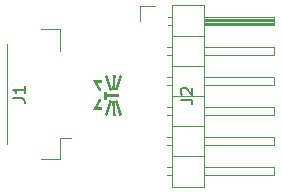
<source format=gbr>
G04 #@! TF.GenerationSoftware,KiCad,Pcbnew,(5.0.0)*
G04 #@! TF.CreationDate,2019-01-08T23:43:22-05:00*
G04 #@! TF.ProjectId,JST Breakout,4A535420427265616B6F75742E6B6963,rev?*
G04 #@! TF.SameCoordinates,Original*
G04 #@! TF.FileFunction,Legend,Top*
G04 #@! TF.FilePolarity,Positive*
%FSLAX46Y46*%
G04 Gerber Fmt 4.6, Leading zero omitted, Abs format (unit mm)*
G04 Created by KiCad (PCBNEW (5.0.0)) date 01/08/19 23:43:22*
%MOMM*%
%LPD*%
G01*
G04 APERTURE LIST*
%ADD10C,0.120000*%
%ADD11C,0.010000*%
%ADD12C,0.150000*%
G04 APERTURE END LIST*
D10*
G04 #@! TO.C,J2*
X115126601Y-80479601D02*
X115126601Y-95839601D01*
X115126601Y-95839601D02*
X117786601Y-95839601D01*
X117786601Y-95839601D02*
X117786601Y-80479601D01*
X117786601Y-80479601D02*
X115126601Y-80479601D01*
X117786601Y-81429601D02*
X123786601Y-81429601D01*
X123786601Y-81429601D02*
X123786601Y-82189601D01*
X123786601Y-82189601D02*
X117786601Y-82189601D01*
X117786601Y-81489601D02*
X123786601Y-81489601D01*
X117786601Y-81609601D02*
X123786601Y-81609601D01*
X117786601Y-81729601D02*
X123786601Y-81729601D01*
X117786601Y-81849601D02*
X123786601Y-81849601D01*
X117786601Y-81969601D02*
X123786601Y-81969601D01*
X117786601Y-82089601D02*
X123786601Y-82089601D01*
X114796601Y-81429601D02*
X115126601Y-81429601D01*
X114796601Y-82189601D02*
X115126601Y-82189601D01*
X115126601Y-83079601D02*
X117786601Y-83079601D01*
X117786601Y-83969601D02*
X123786601Y-83969601D01*
X123786601Y-83969601D02*
X123786601Y-84729601D01*
X123786601Y-84729601D02*
X117786601Y-84729601D01*
X114729530Y-83969601D02*
X115126601Y-83969601D01*
X114729530Y-84729601D02*
X115126601Y-84729601D01*
X115126601Y-85619601D02*
X117786601Y-85619601D01*
X117786601Y-86509601D02*
X123786601Y-86509601D01*
X123786601Y-86509601D02*
X123786601Y-87269601D01*
X123786601Y-87269601D02*
X117786601Y-87269601D01*
X114729530Y-86509601D02*
X115126601Y-86509601D01*
X114729530Y-87269601D02*
X115126601Y-87269601D01*
X115126601Y-88159601D02*
X117786601Y-88159601D01*
X117786601Y-89049601D02*
X123786601Y-89049601D01*
X123786601Y-89049601D02*
X123786601Y-89809601D01*
X123786601Y-89809601D02*
X117786601Y-89809601D01*
X114729530Y-89049601D02*
X115126601Y-89049601D01*
X114729530Y-89809601D02*
X115126601Y-89809601D01*
X115126601Y-90699601D02*
X117786601Y-90699601D01*
X117786601Y-91589601D02*
X123786601Y-91589601D01*
X123786601Y-91589601D02*
X123786601Y-92349601D01*
X123786601Y-92349601D02*
X117786601Y-92349601D01*
X114729530Y-91589601D02*
X115126601Y-91589601D01*
X114729530Y-92349601D02*
X115126601Y-92349601D01*
X115126601Y-93239601D02*
X117786601Y-93239601D01*
X117786601Y-94129601D02*
X123786601Y-94129601D01*
X123786601Y-94129601D02*
X123786601Y-94889601D01*
X123786601Y-94889601D02*
X117786601Y-94889601D01*
X114729530Y-94129601D02*
X115126601Y-94129601D01*
X114729530Y-94889601D02*
X115126601Y-94889601D01*
X112416601Y-81809601D02*
X112416601Y-80539601D01*
X112416601Y-80539601D02*
X113686601Y-80539601D01*
G04 #@! TO.C,J1*
X104050200Y-93491400D02*
X105650200Y-93491400D01*
X105650200Y-93491400D02*
X105650200Y-91691400D01*
X105650200Y-91691400D02*
X106590200Y-91691400D01*
X104050200Y-82521400D02*
X105650200Y-82521400D01*
X105650200Y-82521400D02*
X105650200Y-84321400D01*
X101180200Y-92221400D02*
X101180200Y-83791400D01*
D11*
G04 #@! TO.C,G\002A\002A\002A*
G36*
X108470135Y-86829519D02*
X108478371Y-86829484D01*
X108491502Y-86829556D01*
X108509154Y-86829731D01*
X108530953Y-86830002D01*
X108556525Y-86830365D01*
X108585495Y-86830814D01*
X108617491Y-86831343D01*
X108652138Y-86831946D01*
X108689061Y-86832619D01*
X108727887Y-86833355D01*
X108760365Y-86833993D01*
X108801138Y-86834799D01*
X108840779Y-86835571D01*
X108878866Y-86836303D01*
X108914975Y-86836986D01*
X108948686Y-86837613D01*
X108979575Y-86838176D01*
X109007220Y-86838667D01*
X109031200Y-86839079D01*
X109051092Y-86839404D01*
X109066473Y-86839635D01*
X109076921Y-86839764D01*
X109081006Y-86839789D01*
X109109934Y-86839777D01*
X109109934Y-86961754D01*
X109052784Y-86959999D01*
X109033663Y-86959448D01*
X109011440Y-86958869D01*
X108986656Y-86958273D01*
X108959852Y-86957669D01*
X108931569Y-86957065D01*
X108902349Y-86956472D01*
X108872731Y-86955899D01*
X108843259Y-86955356D01*
X108814471Y-86954851D01*
X108786910Y-86954394D01*
X108761116Y-86953995D01*
X108737631Y-86953664D01*
X108716995Y-86953409D01*
X108699750Y-86953240D01*
X108686437Y-86953166D01*
X108677596Y-86953198D01*
X108673770Y-86953344D01*
X108673658Y-86953379D01*
X108674851Y-86955950D01*
X108678631Y-86963169D01*
X108684839Y-86974752D01*
X108693321Y-86990412D01*
X108703919Y-87009865D01*
X108716477Y-87032826D01*
X108730839Y-87059010D01*
X108746847Y-87088131D01*
X108764346Y-87119904D01*
X108783179Y-87154044D01*
X108803189Y-87190266D01*
X108824220Y-87228285D01*
X108846116Y-87267815D01*
X108857741Y-87288783D01*
X108880063Y-87329049D01*
X108901632Y-87367990D01*
X108922289Y-87405316D01*
X108941875Y-87440739D01*
X108960231Y-87473971D01*
X108977198Y-87504723D01*
X108992617Y-87532706D01*
X109006329Y-87557632D01*
X109018175Y-87579212D01*
X109027996Y-87597157D01*
X109035634Y-87611179D01*
X109040928Y-87620989D01*
X109043720Y-87626299D01*
X109044129Y-87627177D01*
X109042647Y-87629841D01*
X109037102Y-87634274D01*
X109027228Y-87640649D01*
X109012758Y-87649141D01*
X108996522Y-87658222D01*
X108981290Y-87666530D01*
X108967560Y-87673861D01*
X108956164Y-87679782D01*
X108947937Y-87683863D01*
X108943710Y-87685671D01*
X108943521Y-87685714D01*
X108941694Y-87684053D01*
X108937931Y-87678700D01*
X108932153Y-87669519D01*
X108924283Y-87656373D01*
X108914242Y-87639125D01*
X108901950Y-87617638D01*
X108887329Y-87591774D01*
X108870301Y-87561398D01*
X108850786Y-87526372D01*
X108828706Y-87486560D01*
X108820223Y-87471225D01*
X108798485Y-87431916D01*
X108774625Y-87388786D01*
X108749209Y-87342856D01*
X108722802Y-87295146D01*
X108695969Y-87246678D01*
X108669276Y-87198472D01*
X108643289Y-87151551D01*
X108618572Y-87106936D01*
X108595690Y-87065647D01*
X108583471Y-87043603D01*
X108565791Y-87011667D01*
X108548949Y-86981152D01*
X108533141Y-86952419D01*
X108518561Y-86925825D01*
X108505404Y-86901730D01*
X108493867Y-86880493D01*
X108484143Y-86862473D01*
X108476428Y-86848029D01*
X108470917Y-86837520D01*
X108467805Y-86831304D01*
X108467169Y-86829668D01*
X108470135Y-86829519D01*
X108470135Y-86829519D01*
G37*
X108470135Y-86829519D02*
X108478371Y-86829484D01*
X108491502Y-86829556D01*
X108509154Y-86829731D01*
X108530953Y-86830002D01*
X108556525Y-86830365D01*
X108585495Y-86830814D01*
X108617491Y-86831343D01*
X108652138Y-86831946D01*
X108689061Y-86832619D01*
X108727887Y-86833355D01*
X108760365Y-86833993D01*
X108801138Y-86834799D01*
X108840779Y-86835571D01*
X108878866Y-86836303D01*
X108914975Y-86836986D01*
X108948686Y-86837613D01*
X108979575Y-86838176D01*
X109007220Y-86838667D01*
X109031200Y-86839079D01*
X109051092Y-86839404D01*
X109066473Y-86839635D01*
X109076921Y-86839764D01*
X109081006Y-86839789D01*
X109109934Y-86839777D01*
X109109934Y-86961754D01*
X109052784Y-86959999D01*
X109033663Y-86959448D01*
X109011440Y-86958869D01*
X108986656Y-86958273D01*
X108959852Y-86957669D01*
X108931569Y-86957065D01*
X108902349Y-86956472D01*
X108872731Y-86955899D01*
X108843259Y-86955356D01*
X108814471Y-86954851D01*
X108786910Y-86954394D01*
X108761116Y-86953995D01*
X108737631Y-86953664D01*
X108716995Y-86953409D01*
X108699750Y-86953240D01*
X108686437Y-86953166D01*
X108677596Y-86953198D01*
X108673770Y-86953344D01*
X108673658Y-86953379D01*
X108674851Y-86955950D01*
X108678631Y-86963169D01*
X108684839Y-86974752D01*
X108693321Y-86990412D01*
X108703919Y-87009865D01*
X108716477Y-87032826D01*
X108730839Y-87059010D01*
X108746847Y-87088131D01*
X108764346Y-87119904D01*
X108783179Y-87154044D01*
X108803189Y-87190266D01*
X108824220Y-87228285D01*
X108846116Y-87267815D01*
X108857741Y-87288783D01*
X108880063Y-87329049D01*
X108901632Y-87367990D01*
X108922289Y-87405316D01*
X108941875Y-87440739D01*
X108960231Y-87473971D01*
X108977198Y-87504723D01*
X108992617Y-87532706D01*
X109006329Y-87557632D01*
X109018175Y-87579212D01*
X109027996Y-87597157D01*
X109035634Y-87611179D01*
X109040928Y-87620989D01*
X109043720Y-87626299D01*
X109044129Y-87627177D01*
X109042647Y-87629841D01*
X109037102Y-87634274D01*
X109027228Y-87640649D01*
X109012758Y-87649141D01*
X108996522Y-87658222D01*
X108981290Y-87666530D01*
X108967560Y-87673861D01*
X108956164Y-87679782D01*
X108947937Y-87683863D01*
X108943710Y-87685671D01*
X108943521Y-87685714D01*
X108941694Y-87684053D01*
X108937931Y-87678700D01*
X108932153Y-87669519D01*
X108924283Y-87656373D01*
X108914242Y-87639125D01*
X108901950Y-87617638D01*
X108887329Y-87591774D01*
X108870301Y-87561398D01*
X108850786Y-87526372D01*
X108828706Y-87486560D01*
X108820223Y-87471225D01*
X108798485Y-87431916D01*
X108774625Y-87388786D01*
X108749209Y-87342856D01*
X108722802Y-87295146D01*
X108695969Y-87246678D01*
X108669276Y-87198472D01*
X108643289Y-87151551D01*
X108618572Y-87106936D01*
X108595690Y-87065647D01*
X108583471Y-87043603D01*
X108565791Y-87011667D01*
X108548949Y-86981152D01*
X108533141Y-86952419D01*
X108518561Y-86925825D01*
X108505404Y-86901730D01*
X108493867Y-86880493D01*
X108484143Y-86862473D01*
X108476428Y-86848029D01*
X108470917Y-86837520D01*
X108467805Y-86831304D01*
X108467169Y-86829668D01*
X108470135Y-86829519D01*
G36*
X108468314Y-89248992D02*
X108471998Y-89241773D01*
X108478056Y-89230301D01*
X108486305Y-89214918D01*
X108496558Y-89195964D01*
X108508631Y-89173777D01*
X108522338Y-89148699D01*
X108537494Y-89121070D01*
X108553915Y-89091228D01*
X108571414Y-89059515D01*
X108589807Y-89026271D01*
X108596788Y-89013673D01*
X108618687Y-88974172D01*
X108642078Y-88931963D01*
X108666506Y-88887869D01*
X108691516Y-88842712D01*
X108716654Y-88797313D01*
X108741464Y-88752494D01*
X108765492Y-88709076D01*
X108788282Y-88667882D01*
X108809381Y-88629732D01*
X108828332Y-88595450D01*
X108833541Y-88586024D01*
X108853600Y-88549761D01*
X108871131Y-88518169D01*
X108886300Y-88490961D01*
X108899275Y-88467851D01*
X108910223Y-88448550D01*
X108919311Y-88432771D01*
X108926707Y-88420227D01*
X108932578Y-88410632D01*
X108937092Y-88403696D01*
X108940416Y-88399134D01*
X108942717Y-88396658D01*
X108944162Y-88395981D01*
X108944241Y-88395995D01*
X108948210Y-88397678D01*
X108956253Y-88401663D01*
X108967512Y-88407503D01*
X108981131Y-88414755D01*
X108996252Y-88422971D01*
X108997242Y-88423515D01*
X109015706Y-88433848D01*
X109029343Y-88441928D01*
X109038422Y-88447929D01*
X109043212Y-88452028D01*
X109044129Y-88454089D01*
X109042655Y-88457025D01*
X109038600Y-88464607D01*
X109032122Y-88476546D01*
X109023379Y-88492554D01*
X109012532Y-88512341D01*
X108999739Y-88535620D01*
X108985159Y-88562101D01*
X108968951Y-88591496D01*
X108951274Y-88623516D01*
X108932287Y-88657873D01*
X108912149Y-88694278D01*
X108891018Y-88732442D01*
X108869055Y-88772077D01*
X108857741Y-88792483D01*
X108835459Y-88832684D01*
X108813961Y-88871522D01*
X108793404Y-88908711D01*
X108773943Y-88943966D01*
X108755735Y-88977002D01*
X108738937Y-89007533D01*
X108723705Y-89035275D01*
X108710196Y-89059942D01*
X108698566Y-89081249D01*
X108688971Y-89098911D01*
X108681568Y-89112643D01*
X108676514Y-89122160D01*
X108673966Y-89127176D01*
X108673682Y-89127911D01*
X108676641Y-89128078D01*
X108684703Y-89128130D01*
X108697325Y-89128075D01*
X108713967Y-89127923D01*
X108734087Y-89127684D01*
X108757145Y-89127367D01*
X108782598Y-89126980D01*
X108809906Y-89126535D01*
X108838528Y-89126040D01*
X108867922Y-89125504D01*
X108897547Y-89124938D01*
X108926862Y-89124350D01*
X108955326Y-89123749D01*
X108982398Y-89123146D01*
X109007536Y-89122550D01*
X109030200Y-89121970D01*
X109049847Y-89121416D01*
X109054195Y-89121283D01*
X109109934Y-89119553D01*
X109109934Y-89241489D01*
X109081006Y-89241479D01*
X109074169Y-89241534D01*
X109062111Y-89241697D01*
X109045254Y-89241960D01*
X109024021Y-89242315D01*
X108998834Y-89242755D01*
X108970115Y-89243272D01*
X108938286Y-89243858D01*
X108903770Y-89244506D01*
X108866989Y-89245208D01*
X108828365Y-89245956D01*
X108788320Y-89246743D01*
X108760388Y-89247298D01*
X108720299Y-89248085D01*
X108681811Y-89248811D01*
X108645298Y-89249473D01*
X108611133Y-89250063D01*
X108579691Y-89250577D01*
X108551346Y-89251010D01*
X108526471Y-89251355D01*
X108505442Y-89251607D01*
X108488632Y-89251761D01*
X108476414Y-89251811D01*
X108469164Y-89251751D01*
X108467191Y-89251620D01*
X108468314Y-89248992D01*
X108468314Y-89248992D01*
G37*
X108468314Y-89248992D02*
X108471998Y-89241773D01*
X108478056Y-89230301D01*
X108486305Y-89214918D01*
X108496558Y-89195964D01*
X108508631Y-89173777D01*
X108522338Y-89148699D01*
X108537494Y-89121070D01*
X108553915Y-89091228D01*
X108571414Y-89059515D01*
X108589807Y-89026271D01*
X108596788Y-89013673D01*
X108618687Y-88974172D01*
X108642078Y-88931963D01*
X108666506Y-88887869D01*
X108691516Y-88842712D01*
X108716654Y-88797313D01*
X108741464Y-88752494D01*
X108765492Y-88709076D01*
X108788282Y-88667882D01*
X108809381Y-88629732D01*
X108828332Y-88595450D01*
X108833541Y-88586024D01*
X108853600Y-88549761D01*
X108871131Y-88518169D01*
X108886300Y-88490961D01*
X108899275Y-88467851D01*
X108910223Y-88448550D01*
X108919311Y-88432771D01*
X108926707Y-88420227D01*
X108932578Y-88410632D01*
X108937092Y-88403696D01*
X108940416Y-88399134D01*
X108942717Y-88396658D01*
X108944162Y-88395981D01*
X108944241Y-88395995D01*
X108948210Y-88397678D01*
X108956253Y-88401663D01*
X108967512Y-88407503D01*
X108981131Y-88414755D01*
X108996252Y-88422971D01*
X108997242Y-88423515D01*
X109015706Y-88433848D01*
X109029343Y-88441928D01*
X109038422Y-88447929D01*
X109043212Y-88452028D01*
X109044129Y-88454089D01*
X109042655Y-88457025D01*
X109038600Y-88464607D01*
X109032122Y-88476546D01*
X109023379Y-88492554D01*
X109012532Y-88512341D01*
X108999739Y-88535620D01*
X108985159Y-88562101D01*
X108968951Y-88591496D01*
X108951274Y-88623516D01*
X108932287Y-88657873D01*
X108912149Y-88694278D01*
X108891018Y-88732442D01*
X108869055Y-88772077D01*
X108857741Y-88792483D01*
X108835459Y-88832684D01*
X108813961Y-88871522D01*
X108793404Y-88908711D01*
X108773943Y-88943966D01*
X108755735Y-88977002D01*
X108738937Y-89007533D01*
X108723705Y-89035275D01*
X108710196Y-89059942D01*
X108698566Y-89081249D01*
X108688971Y-89098911D01*
X108681568Y-89112643D01*
X108676514Y-89122160D01*
X108673966Y-89127176D01*
X108673682Y-89127911D01*
X108676641Y-89128078D01*
X108684703Y-89128130D01*
X108697325Y-89128075D01*
X108713967Y-89127923D01*
X108734087Y-89127684D01*
X108757145Y-89127367D01*
X108782598Y-89126980D01*
X108809906Y-89126535D01*
X108838528Y-89126040D01*
X108867922Y-89125504D01*
X108897547Y-89124938D01*
X108926862Y-89124350D01*
X108955326Y-89123749D01*
X108982398Y-89123146D01*
X109007536Y-89122550D01*
X109030200Y-89121970D01*
X109049847Y-89121416D01*
X109054195Y-89121283D01*
X109109934Y-89119553D01*
X109109934Y-89241489D01*
X109081006Y-89241479D01*
X109074169Y-89241534D01*
X109062111Y-89241697D01*
X109045254Y-89241960D01*
X109024021Y-89242315D01*
X108998834Y-89242755D01*
X108970115Y-89243272D01*
X108938286Y-89243858D01*
X108903770Y-89244506D01*
X108866989Y-89245208D01*
X108828365Y-89245956D01*
X108788320Y-89246743D01*
X108760388Y-89247298D01*
X108720299Y-89248085D01*
X108681811Y-89248811D01*
X108645298Y-89249473D01*
X108611133Y-89250063D01*
X108579691Y-89250577D01*
X108551346Y-89251010D01*
X108526471Y-89251355D01*
X108505442Y-89251607D01*
X108488632Y-89251761D01*
X108476414Y-89251811D01*
X108469164Y-89251751D01*
X108467191Y-89251620D01*
X108468314Y-89248992D01*
G36*
X109443811Y-89705437D02*
X109446311Y-89697501D01*
X109450361Y-89684796D01*
X109455864Y-89667618D01*
X109462723Y-89646266D01*
X109470843Y-89621037D01*
X109480126Y-89592228D01*
X109490477Y-89560137D01*
X109501800Y-89525060D01*
X109513997Y-89487296D01*
X109526973Y-89447142D01*
X109540631Y-89404896D01*
X109554875Y-89360854D01*
X109569608Y-89315313D01*
X109584735Y-89268573D01*
X109600158Y-89220929D01*
X109615782Y-89172679D01*
X109631510Y-89124121D01*
X109647246Y-89075552D01*
X109662894Y-89027269D01*
X109678356Y-88979570D01*
X109693538Y-88932752D01*
X109708341Y-88887113D01*
X109722671Y-88842949D01*
X109736431Y-88800559D01*
X109749524Y-88760240D01*
X109761854Y-88722289D01*
X109773325Y-88687003D01*
X109783841Y-88654681D01*
X109793304Y-88625619D01*
X109801619Y-88600114D01*
X109808690Y-88578465D01*
X109814420Y-88560968D01*
X109818712Y-88547921D01*
X109821471Y-88539621D01*
X109822599Y-88536366D01*
X109822619Y-88536330D01*
X109825583Y-88536711D01*
X109832909Y-88538581D01*
X109843634Y-88541636D01*
X109856801Y-88545573D01*
X109871447Y-88550087D01*
X109886614Y-88554875D01*
X109901340Y-88559634D01*
X109914667Y-88564058D01*
X109925633Y-88567846D01*
X109933279Y-88570692D01*
X109936644Y-88572294D01*
X109936721Y-88572425D01*
X109935853Y-88575224D01*
X109933326Y-88583149D01*
X109929218Y-88595955D01*
X109923608Y-88613399D01*
X109916576Y-88635235D01*
X109908200Y-88661220D01*
X109898559Y-88691110D01*
X109887732Y-88724659D01*
X109875798Y-88761624D01*
X109862835Y-88801760D01*
X109848923Y-88844824D01*
X109834140Y-88890570D01*
X109818566Y-88938755D01*
X109802279Y-88989133D01*
X109785357Y-89041462D01*
X109767881Y-89095496D01*
X109749928Y-89150991D01*
X109747129Y-89159644D01*
X109729112Y-89215329D01*
X109711557Y-89269582D01*
X109694544Y-89322159D01*
X109678150Y-89372817D01*
X109662455Y-89421311D01*
X109647539Y-89467398D01*
X109633479Y-89510834D01*
X109620354Y-89551376D01*
X109608245Y-89588779D01*
X109597229Y-89622800D01*
X109587385Y-89653195D01*
X109578793Y-89679720D01*
X109571531Y-89702132D01*
X109565678Y-89720187D01*
X109561313Y-89733641D01*
X109558516Y-89742250D01*
X109557364Y-89745771D01*
X109557338Y-89745846D01*
X109554652Y-89745304D01*
X109547574Y-89743255D01*
X109537055Y-89740011D01*
X109524046Y-89735883D01*
X109509498Y-89731184D01*
X109494362Y-89726225D01*
X109479589Y-89721320D01*
X109466130Y-89716779D01*
X109454936Y-89712915D01*
X109446958Y-89710041D01*
X109443147Y-89708468D01*
X109442956Y-89708307D01*
X109443811Y-89705437D01*
X109443811Y-89705437D01*
G37*
X109443811Y-89705437D02*
X109446311Y-89697501D01*
X109450361Y-89684796D01*
X109455864Y-89667618D01*
X109462723Y-89646266D01*
X109470843Y-89621037D01*
X109480126Y-89592228D01*
X109490477Y-89560137D01*
X109501800Y-89525060D01*
X109513997Y-89487296D01*
X109526973Y-89447142D01*
X109540631Y-89404896D01*
X109554875Y-89360854D01*
X109569608Y-89315313D01*
X109584735Y-89268573D01*
X109600158Y-89220929D01*
X109615782Y-89172679D01*
X109631510Y-89124121D01*
X109647246Y-89075552D01*
X109662894Y-89027269D01*
X109678356Y-88979570D01*
X109693538Y-88932752D01*
X109708341Y-88887113D01*
X109722671Y-88842949D01*
X109736431Y-88800559D01*
X109749524Y-88760240D01*
X109761854Y-88722289D01*
X109773325Y-88687003D01*
X109783841Y-88654681D01*
X109793304Y-88625619D01*
X109801619Y-88600114D01*
X109808690Y-88578465D01*
X109814420Y-88560968D01*
X109818712Y-88547921D01*
X109821471Y-88539621D01*
X109822599Y-88536366D01*
X109822619Y-88536330D01*
X109825583Y-88536711D01*
X109832909Y-88538581D01*
X109843634Y-88541636D01*
X109856801Y-88545573D01*
X109871447Y-88550087D01*
X109886614Y-88554875D01*
X109901340Y-88559634D01*
X109914667Y-88564058D01*
X109925633Y-88567846D01*
X109933279Y-88570692D01*
X109936644Y-88572294D01*
X109936721Y-88572425D01*
X109935853Y-88575224D01*
X109933326Y-88583149D01*
X109929218Y-88595955D01*
X109923608Y-88613399D01*
X109916576Y-88635235D01*
X109908200Y-88661220D01*
X109898559Y-88691110D01*
X109887732Y-88724659D01*
X109875798Y-88761624D01*
X109862835Y-88801760D01*
X109848923Y-88844824D01*
X109834140Y-88890570D01*
X109818566Y-88938755D01*
X109802279Y-88989133D01*
X109785357Y-89041462D01*
X109767881Y-89095496D01*
X109749928Y-89150991D01*
X109747129Y-89159644D01*
X109729112Y-89215329D01*
X109711557Y-89269582D01*
X109694544Y-89322159D01*
X109678150Y-89372817D01*
X109662455Y-89421311D01*
X109647539Y-89467398D01*
X109633479Y-89510834D01*
X109620354Y-89551376D01*
X109608245Y-89588779D01*
X109597229Y-89622800D01*
X109587385Y-89653195D01*
X109578793Y-89679720D01*
X109571531Y-89702132D01*
X109565678Y-89720187D01*
X109561313Y-89733641D01*
X109558516Y-89742250D01*
X109557364Y-89745771D01*
X109557338Y-89745846D01*
X109554652Y-89745304D01*
X109547574Y-89743255D01*
X109537055Y-89740011D01*
X109524046Y-89735883D01*
X109509498Y-89731184D01*
X109494362Y-89726225D01*
X109479589Y-89721320D01*
X109466130Y-89716779D01*
X109454936Y-89712915D01*
X109446958Y-89710041D01*
X109443147Y-89708468D01*
X109442956Y-89708307D01*
X109443811Y-89705437D01*
G36*
X109452408Y-86437095D02*
X109455792Y-86435466D01*
X109463471Y-86432603D01*
X109474469Y-86428814D01*
X109487809Y-86424405D01*
X109502517Y-86419681D01*
X109517615Y-86414950D01*
X109532129Y-86410517D01*
X109545081Y-86406689D01*
X109555497Y-86403772D01*
X109562399Y-86402072D01*
X109564794Y-86401828D01*
X109565766Y-86404584D01*
X109568378Y-86412412D01*
X109572535Y-86425015D01*
X109578139Y-86442095D01*
X109585094Y-86463354D01*
X109593304Y-86488494D01*
X109602671Y-86517217D01*
X109613100Y-86549225D01*
X109624493Y-86584221D01*
X109636754Y-86621906D01*
X109649786Y-86661983D01*
X109663493Y-86704154D01*
X109677778Y-86748121D01*
X109692544Y-86793586D01*
X109707696Y-86840251D01*
X109723135Y-86887818D01*
X109738766Y-86935991D01*
X109754492Y-86984469D01*
X109770217Y-87032957D01*
X109785843Y-87081155D01*
X109801274Y-87128767D01*
X109816414Y-87175494D01*
X109831166Y-87221038D01*
X109845433Y-87265101D01*
X109859119Y-87307386D01*
X109872126Y-87347595D01*
X109884359Y-87385430D01*
X109895721Y-87420592D01*
X109906115Y-87452785D01*
X109915445Y-87481710D01*
X109923614Y-87507070D01*
X109930525Y-87528566D01*
X109936081Y-87545900D01*
X109940187Y-87558776D01*
X109942745Y-87566894D01*
X109943487Y-87569322D01*
X109943632Y-87571342D01*
X109942377Y-87573297D01*
X109939074Y-87575469D01*
X109933077Y-87578138D01*
X109923740Y-87581587D01*
X109910417Y-87586097D01*
X109892461Y-87591950D01*
X109888830Y-87593121D01*
X109871997Y-87598460D01*
X109857032Y-87603038D01*
X109844745Y-87606621D01*
X109835946Y-87608977D01*
X109831446Y-87609869D01*
X109831050Y-87609812D01*
X109829977Y-87606954D01*
X109827278Y-87599029D01*
X109823047Y-87586336D01*
X109817381Y-87569172D01*
X109810376Y-87547833D01*
X109802128Y-87522618D01*
X109792732Y-87493822D01*
X109782285Y-87461744D01*
X109770882Y-87426680D01*
X109758620Y-87388928D01*
X109745594Y-87348784D01*
X109731901Y-87306546D01*
X109717636Y-87262511D01*
X109702895Y-87216976D01*
X109687774Y-87170238D01*
X109672370Y-87122595D01*
X109656777Y-87074343D01*
X109641092Y-87025780D01*
X109625412Y-86977203D01*
X109609831Y-86928908D01*
X109594446Y-86881194D01*
X109579353Y-86834357D01*
X109564647Y-86788694D01*
X109550425Y-86744503D01*
X109536783Y-86702080D01*
X109523816Y-86661723D01*
X109511620Y-86623729D01*
X109500292Y-86588395D01*
X109489928Y-86556019D01*
X109480622Y-86526897D01*
X109472472Y-86501326D01*
X109465573Y-86479604D01*
X109460021Y-86462028D01*
X109455912Y-86448894D01*
X109453342Y-86440501D01*
X109452407Y-86437145D01*
X109452408Y-86437095D01*
X109452408Y-86437095D01*
G37*
X109452408Y-86437095D02*
X109455792Y-86435466D01*
X109463471Y-86432603D01*
X109474469Y-86428814D01*
X109487809Y-86424405D01*
X109502517Y-86419681D01*
X109517615Y-86414950D01*
X109532129Y-86410517D01*
X109545081Y-86406689D01*
X109555497Y-86403772D01*
X109562399Y-86402072D01*
X109564794Y-86401828D01*
X109565766Y-86404584D01*
X109568378Y-86412412D01*
X109572535Y-86425015D01*
X109578139Y-86442095D01*
X109585094Y-86463354D01*
X109593304Y-86488494D01*
X109602671Y-86517217D01*
X109613100Y-86549225D01*
X109624493Y-86584221D01*
X109636754Y-86621906D01*
X109649786Y-86661983D01*
X109663493Y-86704154D01*
X109677778Y-86748121D01*
X109692544Y-86793586D01*
X109707696Y-86840251D01*
X109723135Y-86887818D01*
X109738766Y-86935991D01*
X109754492Y-86984469D01*
X109770217Y-87032957D01*
X109785843Y-87081155D01*
X109801274Y-87128767D01*
X109816414Y-87175494D01*
X109831166Y-87221038D01*
X109845433Y-87265101D01*
X109859119Y-87307386D01*
X109872126Y-87347595D01*
X109884359Y-87385430D01*
X109895721Y-87420592D01*
X109906115Y-87452785D01*
X109915445Y-87481710D01*
X109923614Y-87507070D01*
X109930525Y-87528566D01*
X109936081Y-87545900D01*
X109940187Y-87558776D01*
X109942745Y-87566894D01*
X109943487Y-87569322D01*
X109943632Y-87571342D01*
X109942377Y-87573297D01*
X109939074Y-87575469D01*
X109933077Y-87578138D01*
X109923740Y-87581587D01*
X109910417Y-87586097D01*
X109892461Y-87591950D01*
X109888830Y-87593121D01*
X109871997Y-87598460D01*
X109857032Y-87603038D01*
X109844745Y-87606621D01*
X109835946Y-87608977D01*
X109831446Y-87609869D01*
X109831050Y-87609812D01*
X109829977Y-87606954D01*
X109827278Y-87599029D01*
X109823047Y-87586336D01*
X109817381Y-87569172D01*
X109810376Y-87547833D01*
X109802128Y-87522618D01*
X109792732Y-87493822D01*
X109782285Y-87461744D01*
X109770882Y-87426680D01*
X109758620Y-87388928D01*
X109745594Y-87348784D01*
X109731901Y-87306546D01*
X109717636Y-87262511D01*
X109702895Y-87216976D01*
X109687774Y-87170238D01*
X109672370Y-87122595D01*
X109656777Y-87074343D01*
X109641092Y-87025780D01*
X109625412Y-86977203D01*
X109609831Y-86928908D01*
X109594446Y-86881194D01*
X109579353Y-86834357D01*
X109564647Y-86788694D01*
X109550425Y-86744503D01*
X109536783Y-86702080D01*
X109523816Y-86661723D01*
X109511620Y-86623729D01*
X109500292Y-86588395D01*
X109489928Y-86556019D01*
X109480622Y-86526897D01*
X109472472Y-86501326D01*
X109465573Y-86479604D01*
X109460021Y-86462028D01*
X109455912Y-86448894D01*
X109453342Y-86440501D01*
X109452407Y-86437145D01*
X109452408Y-86437095D01*
G36*
X110053214Y-88573518D02*
X110060827Y-88572758D01*
X110072026Y-88571814D01*
X110085789Y-88570755D01*
X110101093Y-88569651D01*
X110116915Y-88568573D01*
X110132231Y-88567589D01*
X110146019Y-88566770D01*
X110157255Y-88566185D01*
X110164917Y-88565904D01*
X110167981Y-88565997D01*
X110167983Y-88565998D01*
X110168281Y-88568848D01*
X110168937Y-88577014D01*
X110169931Y-88590180D01*
X110171240Y-88608029D01*
X110172843Y-88630245D01*
X110174718Y-88656514D01*
X110176844Y-88686518D01*
X110179198Y-88719942D01*
X110181759Y-88756470D01*
X110184506Y-88795786D01*
X110187416Y-88837574D01*
X110190468Y-88881517D01*
X110193641Y-88927301D01*
X110196912Y-88974609D01*
X110200260Y-89023124D01*
X110203664Y-89072532D01*
X110207101Y-89122516D01*
X110210550Y-89172759D01*
X110213989Y-89222947D01*
X110217397Y-89272763D01*
X110220751Y-89321892D01*
X110224031Y-89370016D01*
X110227214Y-89416821D01*
X110230279Y-89461990D01*
X110233204Y-89505207D01*
X110235968Y-89546157D01*
X110238548Y-89584523D01*
X110240924Y-89619989D01*
X110243072Y-89652240D01*
X110244973Y-89680959D01*
X110246603Y-89705831D01*
X110247942Y-89726539D01*
X110248968Y-89742768D01*
X110249658Y-89754201D01*
X110249992Y-89760523D01*
X110250021Y-89761483D01*
X110249879Y-89769568D01*
X110248634Y-89773522D01*
X110245273Y-89774858D01*
X110240939Y-89775049D01*
X110235139Y-89775308D01*
X110224847Y-89775926D01*
X110211199Y-89776827D01*
X110195330Y-89777938D01*
X110182378Y-89778884D01*
X110166352Y-89780046D01*
X110152418Y-89780997D01*
X110141493Y-89781680D01*
X110134492Y-89782038D01*
X110132307Y-89782040D01*
X110132025Y-89779203D01*
X110131386Y-89771048D01*
X110130413Y-89757890D01*
X110129126Y-89740043D01*
X110127547Y-89717821D01*
X110125697Y-89691540D01*
X110123597Y-89661512D01*
X110121270Y-89628053D01*
X110118736Y-89591476D01*
X110116016Y-89552097D01*
X110113133Y-89510229D01*
X110110107Y-89466186D01*
X110106959Y-89420284D01*
X110103712Y-89372836D01*
X110100386Y-89324156D01*
X110097004Y-89274560D01*
X110093585Y-89224361D01*
X110090152Y-89173873D01*
X110086725Y-89123411D01*
X110083327Y-89073289D01*
X110079979Y-89023822D01*
X110076701Y-88975324D01*
X110073516Y-88928108D01*
X110070445Y-88882491D01*
X110067508Y-88838785D01*
X110064728Y-88797305D01*
X110062126Y-88758365D01*
X110059723Y-88722280D01*
X110057541Y-88689365D01*
X110055600Y-88659932D01*
X110053923Y-88634297D01*
X110052530Y-88612774D01*
X110051443Y-88595678D01*
X110050684Y-88583322D01*
X110050273Y-88576021D01*
X110050212Y-88574025D01*
X110053214Y-88573518D01*
X110053214Y-88573518D01*
G37*
X110053214Y-88573518D02*
X110060827Y-88572758D01*
X110072026Y-88571814D01*
X110085789Y-88570755D01*
X110101093Y-88569651D01*
X110116915Y-88568573D01*
X110132231Y-88567589D01*
X110146019Y-88566770D01*
X110157255Y-88566185D01*
X110164917Y-88565904D01*
X110167981Y-88565997D01*
X110167983Y-88565998D01*
X110168281Y-88568848D01*
X110168937Y-88577014D01*
X110169931Y-88590180D01*
X110171240Y-88608029D01*
X110172843Y-88630245D01*
X110174718Y-88656514D01*
X110176844Y-88686518D01*
X110179198Y-88719942D01*
X110181759Y-88756470D01*
X110184506Y-88795786D01*
X110187416Y-88837574D01*
X110190468Y-88881517D01*
X110193641Y-88927301D01*
X110196912Y-88974609D01*
X110200260Y-89023124D01*
X110203664Y-89072532D01*
X110207101Y-89122516D01*
X110210550Y-89172759D01*
X110213989Y-89222947D01*
X110217397Y-89272763D01*
X110220751Y-89321892D01*
X110224031Y-89370016D01*
X110227214Y-89416821D01*
X110230279Y-89461990D01*
X110233204Y-89505207D01*
X110235968Y-89546157D01*
X110238548Y-89584523D01*
X110240924Y-89619989D01*
X110243072Y-89652240D01*
X110244973Y-89680959D01*
X110246603Y-89705831D01*
X110247942Y-89726539D01*
X110248968Y-89742768D01*
X110249658Y-89754201D01*
X110249992Y-89760523D01*
X110250021Y-89761483D01*
X110249879Y-89769568D01*
X110248634Y-89773522D01*
X110245273Y-89774858D01*
X110240939Y-89775049D01*
X110235139Y-89775308D01*
X110224847Y-89775926D01*
X110211199Y-89776827D01*
X110195330Y-89777938D01*
X110182378Y-89778884D01*
X110166352Y-89780046D01*
X110152418Y-89780997D01*
X110141493Y-89781680D01*
X110134492Y-89782038D01*
X110132307Y-89782040D01*
X110132025Y-89779203D01*
X110131386Y-89771048D01*
X110130413Y-89757890D01*
X110129126Y-89740043D01*
X110127547Y-89717821D01*
X110125697Y-89691540D01*
X110123597Y-89661512D01*
X110121270Y-89628053D01*
X110118736Y-89591476D01*
X110116016Y-89552097D01*
X110113133Y-89510229D01*
X110110107Y-89466186D01*
X110106959Y-89420284D01*
X110103712Y-89372836D01*
X110100386Y-89324156D01*
X110097004Y-89274560D01*
X110093585Y-89224361D01*
X110090152Y-89173873D01*
X110086725Y-89123411D01*
X110083327Y-89073289D01*
X110079979Y-89023822D01*
X110076701Y-88975324D01*
X110073516Y-88928108D01*
X110070445Y-88882491D01*
X110067508Y-88838785D01*
X110064728Y-88797305D01*
X110062126Y-88758365D01*
X110059723Y-88722280D01*
X110057541Y-88689365D01*
X110055600Y-88659932D01*
X110053923Y-88634297D01*
X110052530Y-88612774D01*
X110051443Y-88595678D01*
X110050684Y-88583322D01*
X110050273Y-88576021D01*
X110050212Y-88574025D01*
X110053214Y-88573518D01*
G36*
X110058653Y-87569091D02*
X110059115Y-87560923D01*
X110059922Y-87547753D01*
X110061054Y-87529895D01*
X110062488Y-87507663D01*
X110064205Y-87481372D01*
X110066181Y-87451336D01*
X110068397Y-87417869D01*
X110070830Y-87381286D01*
X110073459Y-87341901D01*
X110076263Y-87300028D01*
X110079220Y-87255982D01*
X110082309Y-87210077D01*
X110085509Y-87162628D01*
X110088799Y-87113948D01*
X110092156Y-87064352D01*
X110095560Y-87014155D01*
X110098989Y-86963671D01*
X110102422Y-86913214D01*
X110105838Y-86863098D01*
X110109214Y-86813638D01*
X110112531Y-86765148D01*
X110115765Y-86717943D01*
X110118897Y-86672337D01*
X110121905Y-86628644D01*
X110124766Y-86587178D01*
X110127461Y-86548255D01*
X110129967Y-86512188D01*
X110132264Y-86479291D01*
X110134329Y-86449879D01*
X110136142Y-86424267D01*
X110137680Y-86402768D01*
X110138924Y-86385697D01*
X110139851Y-86373368D01*
X110140440Y-86366096D01*
X110140656Y-86364127D01*
X110143585Y-86364083D01*
X110151249Y-86364423D01*
X110162756Y-86365095D01*
X110177213Y-86366046D01*
X110193667Y-86367220D01*
X110210657Y-86368456D01*
X110226042Y-86369540D01*
X110238802Y-86370402D01*
X110247912Y-86370973D01*
X110252228Y-86371183D01*
X110255590Y-86371631D01*
X110257458Y-86373670D01*
X110258223Y-86378552D01*
X110258279Y-86387531D01*
X110258232Y-86390339D01*
X110258005Y-86394993D01*
X110257405Y-86405006D01*
X110256451Y-86420103D01*
X110255160Y-86440011D01*
X110253552Y-86464458D01*
X110251645Y-86493169D01*
X110249457Y-86525873D01*
X110247006Y-86562295D01*
X110244312Y-86602162D01*
X110241392Y-86645202D01*
X110238265Y-86691141D01*
X110234950Y-86739707D01*
X110231465Y-86790625D01*
X110227828Y-86843622D01*
X110224058Y-86898427D01*
X110220173Y-86954764D01*
X110217491Y-86993589D01*
X110213553Y-87050536D01*
X110209718Y-87105983D01*
X110206004Y-87159666D01*
X110202430Y-87211325D01*
X110199013Y-87260695D01*
X110195772Y-87307514D01*
X110192725Y-87351521D01*
X110189890Y-87392451D01*
X110187285Y-87430043D01*
X110184929Y-87464035D01*
X110182840Y-87494162D01*
X110181036Y-87520164D01*
X110179534Y-87541777D01*
X110178354Y-87558740D01*
X110177514Y-87570788D01*
X110177031Y-87577660D01*
X110176915Y-87579258D01*
X110174217Y-87579472D01*
X110166894Y-87579326D01*
X110155953Y-87578880D01*
X110142396Y-87578198D01*
X110127229Y-87577340D01*
X110111457Y-87576370D01*
X110096083Y-87575349D01*
X110082112Y-87574340D01*
X110070550Y-87573404D01*
X110062399Y-87572604D01*
X110058666Y-87572002D01*
X110058559Y-87571942D01*
X110058653Y-87569091D01*
X110058653Y-87569091D01*
G37*
X110058653Y-87569091D02*
X110059115Y-87560923D01*
X110059922Y-87547753D01*
X110061054Y-87529895D01*
X110062488Y-87507663D01*
X110064205Y-87481372D01*
X110066181Y-87451336D01*
X110068397Y-87417869D01*
X110070830Y-87381286D01*
X110073459Y-87341901D01*
X110076263Y-87300028D01*
X110079220Y-87255982D01*
X110082309Y-87210077D01*
X110085509Y-87162628D01*
X110088799Y-87113948D01*
X110092156Y-87064352D01*
X110095560Y-87014155D01*
X110098989Y-86963671D01*
X110102422Y-86913214D01*
X110105838Y-86863098D01*
X110109214Y-86813638D01*
X110112531Y-86765148D01*
X110115765Y-86717943D01*
X110118897Y-86672337D01*
X110121905Y-86628644D01*
X110124766Y-86587178D01*
X110127461Y-86548255D01*
X110129967Y-86512188D01*
X110132264Y-86479291D01*
X110134329Y-86449879D01*
X110136142Y-86424267D01*
X110137680Y-86402768D01*
X110138924Y-86385697D01*
X110139851Y-86373368D01*
X110140440Y-86366096D01*
X110140656Y-86364127D01*
X110143585Y-86364083D01*
X110151249Y-86364423D01*
X110162756Y-86365095D01*
X110177213Y-86366046D01*
X110193667Y-86367220D01*
X110210657Y-86368456D01*
X110226042Y-86369540D01*
X110238802Y-86370402D01*
X110247912Y-86370973D01*
X110252228Y-86371183D01*
X110255590Y-86371631D01*
X110257458Y-86373670D01*
X110258223Y-86378552D01*
X110258279Y-86387531D01*
X110258232Y-86390339D01*
X110258005Y-86394993D01*
X110257405Y-86405006D01*
X110256451Y-86420103D01*
X110255160Y-86440011D01*
X110253552Y-86464458D01*
X110251645Y-86493169D01*
X110249457Y-86525873D01*
X110247006Y-86562295D01*
X110244312Y-86602162D01*
X110241392Y-86645202D01*
X110238265Y-86691141D01*
X110234950Y-86739707D01*
X110231465Y-86790625D01*
X110227828Y-86843622D01*
X110224058Y-86898427D01*
X110220173Y-86954764D01*
X110217491Y-86993589D01*
X110213553Y-87050536D01*
X110209718Y-87105983D01*
X110206004Y-87159666D01*
X110202430Y-87211325D01*
X110199013Y-87260695D01*
X110195772Y-87307514D01*
X110192725Y-87351521D01*
X110189890Y-87392451D01*
X110187285Y-87430043D01*
X110184929Y-87464035D01*
X110182840Y-87494162D01*
X110181036Y-87520164D01*
X110179534Y-87541777D01*
X110178354Y-87558740D01*
X110177514Y-87570788D01*
X110177031Y-87577660D01*
X110176915Y-87579258D01*
X110174217Y-87579472D01*
X110166894Y-87579326D01*
X110155953Y-87578880D01*
X110142396Y-87578198D01*
X110127229Y-87577340D01*
X110111457Y-87576370D01*
X110096083Y-87575349D01*
X110082112Y-87574340D01*
X110070550Y-87573404D01*
X110062399Y-87572604D01*
X110058666Y-87572002D01*
X110058559Y-87571942D01*
X110058653Y-87569091D01*
G36*
X109547378Y-87807800D02*
X109547378Y-87996889D01*
X110540800Y-87996889D01*
X110540800Y-88183155D01*
X109547378Y-88183155D01*
X109547378Y-88372244D01*
X109378045Y-88372244D01*
X109378045Y-87807800D01*
X109547378Y-87807800D01*
X109547378Y-87807800D01*
G37*
X109547378Y-87807800D02*
X109547378Y-87996889D01*
X110540800Y-87996889D01*
X110540800Y-88183155D01*
X109547378Y-88183155D01*
X109547378Y-88372244D01*
X109378045Y-88372244D01*
X109378045Y-87807800D01*
X109547378Y-87807800D01*
G36*
X110292153Y-88575871D02*
X110299110Y-88573267D01*
X110309539Y-88569589D01*
X110322487Y-88565153D01*
X110337001Y-88560273D01*
X110352129Y-88555265D01*
X110366915Y-88550443D01*
X110380409Y-88546122D01*
X110391655Y-88542619D01*
X110399701Y-88540247D01*
X110403594Y-88539322D01*
X110403804Y-88539350D01*
X110404714Y-88542074D01*
X110407281Y-88549923D01*
X110411425Y-88562651D01*
X110417067Y-88580014D01*
X110424126Y-88601766D01*
X110432524Y-88627662D01*
X110442181Y-88657455D01*
X110453017Y-88690901D01*
X110464954Y-88727754D01*
X110477911Y-88767768D01*
X110491809Y-88810698D01*
X110506568Y-88856299D01*
X110522109Y-88904324D01*
X110538353Y-88954530D01*
X110555219Y-89006669D01*
X110572629Y-89060497D01*
X110590503Y-89115768D01*
X110591335Y-89118341D01*
X110609243Y-89173718D01*
X110626698Y-89227689D01*
X110643620Y-89280006D01*
X110659930Y-89330422D01*
X110675547Y-89378690D01*
X110690390Y-89424563D01*
X110704381Y-89467793D01*
X110717439Y-89508133D01*
X110729484Y-89545337D01*
X110740436Y-89579156D01*
X110750215Y-89609344D01*
X110758741Y-89635653D01*
X110765933Y-89657837D01*
X110771713Y-89675647D01*
X110775999Y-89688837D01*
X110778712Y-89697160D01*
X110779772Y-89700368D01*
X110779778Y-89700385D01*
X110778641Y-89704284D01*
X110774477Y-89706835D01*
X110767587Y-89709280D01*
X110757217Y-89712745D01*
X110744345Y-89716924D01*
X110729949Y-89721512D01*
X110715009Y-89726204D01*
X110700504Y-89730696D01*
X110687410Y-89734681D01*
X110676708Y-89737855D01*
X110669377Y-89739912D01*
X110666393Y-89740548D01*
X110666377Y-89740539D01*
X110665439Y-89737817D01*
X110662861Y-89730022D01*
X110658741Y-89717453D01*
X110653174Y-89700408D01*
X110646258Y-89679186D01*
X110638089Y-89654084D01*
X110628763Y-89625402D01*
X110618378Y-89593437D01*
X110607030Y-89558489D01*
X110594816Y-89520855D01*
X110581831Y-89480833D01*
X110568174Y-89438722D01*
X110553940Y-89394821D01*
X110539225Y-89349428D01*
X110524128Y-89302840D01*
X110508743Y-89255357D01*
X110493169Y-89207277D01*
X110477501Y-89158898D01*
X110461836Y-89110518D01*
X110446271Y-89062436D01*
X110430902Y-89014950D01*
X110415826Y-88968359D01*
X110401140Y-88922961D01*
X110386939Y-88879054D01*
X110373322Y-88836936D01*
X110360384Y-88796907D01*
X110348221Y-88759263D01*
X110336932Y-88724305D01*
X110326611Y-88692329D01*
X110317357Y-88663635D01*
X110309265Y-88638520D01*
X110302432Y-88617284D01*
X110296954Y-88600223D01*
X110292929Y-88587638D01*
X110290453Y-88579826D01*
X110289622Y-88577087D01*
X110292153Y-88575871D01*
X110292153Y-88575871D01*
G37*
X110292153Y-88575871D02*
X110299110Y-88573267D01*
X110309539Y-88569589D01*
X110322487Y-88565153D01*
X110337001Y-88560273D01*
X110352129Y-88555265D01*
X110366915Y-88550443D01*
X110380409Y-88546122D01*
X110391655Y-88542619D01*
X110399701Y-88540247D01*
X110403594Y-88539322D01*
X110403804Y-88539350D01*
X110404714Y-88542074D01*
X110407281Y-88549923D01*
X110411425Y-88562651D01*
X110417067Y-88580014D01*
X110424126Y-88601766D01*
X110432524Y-88627662D01*
X110442181Y-88657455D01*
X110453017Y-88690901D01*
X110464954Y-88727754D01*
X110477911Y-88767768D01*
X110491809Y-88810698D01*
X110506568Y-88856299D01*
X110522109Y-88904324D01*
X110538353Y-88954530D01*
X110555219Y-89006669D01*
X110572629Y-89060497D01*
X110590503Y-89115768D01*
X110591335Y-89118341D01*
X110609243Y-89173718D01*
X110626698Y-89227689D01*
X110643620Y-89280006D01*
X110659930Y-89330422D01*
X110675547Y-89378690D01*
X110690390Y-89424563D01*
X110704381Y-89467793D01*
X110717439Y-89508133D01*
X110729484Y-89545337D01*
X110740436Y-89579156D01*
X110750215Y-89609344D01*
X110758741Y-89635653D01*
X110765933Y-89657837D01*
X110771713Y-89675647D01*
X110775999Y-89688837D01*
X110778712Y-89697160D01*
X110779772Y-89700368D01*
X110779778Y-89700385D01*
X110778641Y-89704284D01*
X110774477Y-89706835D01*
X110767587Y-89709280D01*
X110757217Y-89712745D01*
X110744345Y-89716924D01*
X110729949Y-89721512D01*
X110715009Y-89726204D01*
X110700504Y-89730696D01*
X110687410Y-89734681D01*
X110676708Y-89737855D01*
X110669377Y-89739912D01*
X110666393Y-89740548D01*
X110666377Y-89740539D01*
X110665439Y-89737817D01*
X110662861Y-89730022D01*
X110658741Y-89717453D01*
X110653174Y-89700408D01*
X110646258Y-89679186D01*
X110638089Y-89654084D01*
X110628763Y-89625402D01*
X110618378Y-89593437D01*
X110607030Y-89558489D01*
X110594816Y-89520855D01*
X110581831Y-89480833D01*
X110568174Y-89438722D01*
X110553940Y-89394821D01*
X110539225Y-89349428D01*
X110524128Y-89302840D01*
X110508743Y-89255357D01*
X110493169Y-89207277D01*
X110477501Y-89158898D01*
X110461836Y-89110518D01*
X110446271Y-89062436D01*
X110430902Y-89014950D01*
X110415826Y-88968359D01*
X110401140Y-88922961D01*
X110386939Y-88879054D01*
X110373322Y-88836936D01*
X110360384Y-88796907D01*
X110348221Y-88759263D01*
X110336932Y-88724305D01*
X110326611Y-88692329D01*
X110317357Y-88663635D01*
X110309265Y-88638520D01*
X110302432Y-88617284D01*
X110296954Y-88600223D01*
X110292929Y-88587638D01*
X110290453Y-88579826D01*
X110289622Y-88577087D01*
X110292153Y-88575871D01*
G36*
X110299182Y-87564214D02*
X110300322Y-87560490D01*
X110303091Y-87551751D01*
X110307393Y-87538296D01*
X110313131Y-87520425D01*
X110320207Y-87498435D01*
X110328525Y-87472628D01*
X110337988Y-87443301D01*
X110348499Y-87410753D01*
X110359960Y-87375284D01*
X110372276Y-87337192D01*
X110385349Y-87296777D01*
X110399082Y-87254338D01*
X110413378Y-87210173D01*
X110428140Y-87164582D01*
X110443272Y-87117863D01*
X110458676Y-87070316D01*
X110474256Y-87022240D01*
X110489914Y-86973934D01*
X110505554Y-86925696D01*
X110521078Y-86877826D01*
X110536390Y-86830623D01*
X110551393Y-86784386D01*
X110565990Y-86739413D01*
X110580083Y-86696005D01*
X110593577Y-86654459D01*
X110606374Y-86615076D01*
X110618376Y-86578153D01*
X110629488Y-86543990D01*
X110639613Y-86512887D01*
X110648652Y-86485141D01*
X110656510Y-86461053D01*
X110663089Y-86440920D01*
X110668293Y-86425043D01*
X110672024Y-86413720D01*
X110674186Y-86407250D01*
X110674718Y-86405763D01*
X110677637Y-86406205D01*
X110684933Y-86408136D01*
X110695631Y-86411246D01*
X110708757Y-86415227D01*
X110723339Y-86419768D01*
X110738401Y-86424560D01*
X110752971Y-86429294D01*
X110766074Y-86433660D01*
X110776736Y-86437348D01*
X110783984Y-86440049D01*
X110786796Y-86441392D01*
X110786119Y-86444215D01*
X110783778Y-86452162D01*
X110779851Y-86464986D01*
X110774416Y-86482443D01*
X110767553Y-86504286D01*
X110759340Y-86530270D01*
X110749854Y-86560149D01*
X110739174Y-86593678D01*
X110727380Y-86630612D01*
X110714548Y-86670704D01*
X110700759Y-86713710D01*
X110686089Y-86759383D01*
X110670618Y-86807478D01*
X110654423Y-86857750D01*
X110637584Y-86909953D01*
X110620179Y-86963842D01*
X110602286Y-87019171D01*
X110600975Y-87023222D01*
X110583029Y-87078655D01*
X110565533Y-87132664D01*
X110548566Y-87185004D01*
X110532209Y-87235428D01*
X110516541Y-87283692D01*
X110501642Y-87329550D01*
X110487593Y-87372755D01*
X110474474Y-87413063D01*
X110462364Y-87450228D01*
X110451344Y-87484003D01*
X110441494Y-87514144D01*
X110432894Y-87540405D01*
X110425623Y-87562540D01*
X110419763Y-87580304D01*
X110415392Y-87593450D01*
X110412591Y-87601734D01*
X110411440Y-87604909D01*
X110411423Y-87604934D01*
X110408304Y-87604624D01*
X110400648Y-87602761D01*
X110389275Y-87599578D01*
X110375004Y-87595305D01*
X110358653Y-87590176D01*
X110353564Y-87588537D01*
X110334859Y-87582442D01*
X110320881Y-87577753D01*
X110310976Y-87574177D01*
X110304488Y-87571421D01*
X110300763Y-87569192D01*
X110299146Y-87567197D01*
X110298981Y-87565144D01*
X110299182Y-87564214D01*
X110299182Y-87564214D01*
G37*
X110299182Y-87564214D02*
X110300322Y-87560490D01*
X110303091Y-87551751D01*
X110307393Y-87538296D01*
X110313131Y-87520425D01*
X110320207Y-87498435D01*
X110328525Y-87472628D01*
X110337988Y-87443301D01*
X110348499Y-87410753D01*
X110359960Y-87375284D01*
X110372276Y-87337192D01*
X110385349Y-87296777D01*
X110399082Y-87254338D01*
X110413378Y-87210173D01*
X110428140Y-87164582D01*
X110443272Y-87117863D01*
X110458676Y-87070316D01*
X110474256Y-87022240D01*
X110489914Y-86973934D01*
X110505554Y-86925696D01*
X110521078Y-86877826D01*
X110536390Y-86830623D01*
X110551393Y-86784386D01*
X110565990Y-86739413D01*
X110580083Y-86696005D01*
X110593577Y-86654459D01*
X110606374Y-86615076D01*
X110618376Y-86578153D01*
X110629488Y-86543990D01*
X110639613Y-86512887D01*
X110648652Y-86485141D01*
X110656510Y-86461053D01*
X110663089Y-86440920D01*
X110668293Y-86425043D01*
X110672024Y-86413720D01*
X110674186Y-86407250D01*
X110674718Y-86405763D01*
X110677637Y-86406205D01*
X110684933Y-86408136D01*
X110695631Y-86411246D01*
X110708757Y-86415227D01*
X110723339Y-86419768D01*
X110738401Y-86424560D01*
X110752971Y-86429294D01*
X110766074Y-86433660D01*
X110776736Y-86437348D01*
X110783984Y-86440049D01*
X110786796Y-86441392D01*
X110786119Y-86444215D01*
X110783778Y-86452162D01*
X110779851Y-86464986D01*
X110774416Y-86482443D01*
X110767553Y-86504286D01*
X110759340Y-86530270D01*
X110749854Y-86560149D01*
X110739174Y-86593678D01*
X110727380Y-86630612D01*
X110714548Y-86670704D01*
X110700759Y-86713710D01*
X110686089Y-86759383D01*
X110670618Y-86807478D01*
X110654423Y-86857750D01*
X110637584Y-86909953D01*
X110620179Y-86963842D01*
X110602286Y-87019171D01*
X110600975Y-87023222D01*
X110583029Y-87078655D01*
X110565533Y-87132664D01*
X110548566Y-87185004D01*
X110532209Y-87235428D01*
X110516541Y-87283692D01*
X110501642Y-87329550D01*
X110487593Y-87372755D01*
X110474474Y-87413063D01*
X110462364Y-87450228D01*
X110451344Y-87484003D01*
X110441494Y-87514144D01*
X110432894Y-87540405D01*
X110425623Y-87562540D01*
X110419763Y-87580304D01*
X110415392Y-87593450D01*
X110412591Y-87601734D01*
X110411440Y-87604909D01*
X110411423Y-87604934D01*
X110408304Y-87604624D01*
X110400648Y-87602761D01*
X110389275Y-87599578D01*
X110375004Y-87595305D01*
X110358653Y-87590176D01*
X110353564Y-87588537D01*
X110334859Y-87582442D01*
X110320881Y-87577753D01*
X110310976Y-87574177D01*
X110304488Y-87571421D01*
X110300763Y-87569192D01*
X110299146Y-87567197D01*
X110298981Y-87565144D01*
X110299182Y-87564214D01*
G04 #@! TO.C,J2*
D12*
X115835180Y-88471333D02*
X116549466Y-88471333D01*
X116692323Y-88518952D01*
X116787561Y-88614190D01*
X116835180Y-88757047D01*
X116835180Y-88852285D01*
X115930419Y-88042761D02*
X115882800Y-87995142D01*
X115835180Y-87899904D01*
X115835180Y-87661809D01*
X115882800Y-87566571D01*
X115930419Y-87518952D01*
X116025657Y-87471333D01*
X116120895Y-87471333D01*
X116263752Y-87518952D01*
X116835180Y-88090380D01*
X116835180Y-87471333D01*
G04 #@! TO.C,J1*
X101661980Y-88339733D02*
X102376266Y-88339733D01*
X102519123Y-88387352D01*
X102614361Y-88482590D01*
X102661980Y-88625447D01*
X102661980Y-88720685D01*
X102661980Y-87339733D02*
X102661980Y-87911161D01*
X102661980Y-87625447D02*
X101661980Y-87625447D01*
X101804838Y-87720685D01*
X101900076Y-87815923D01*
X101947695Y-87911161D01*
G04 #@! TD*
M02*

</source>
